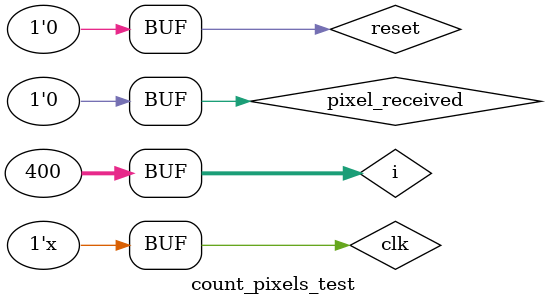
<source format=v>
`timescale 1ns / 1ps


module count_pixels_test;

	// Inputs
	reg clk;
	reg pixel_received;
	reg reset;

	// Outputs
	wire num_pix_ok;

	integer i;
	// Instantiate the Unit Under Test (UUT)
	count_pixels uut (
		.clk(clk), 
		.pixel_received(pixel_received), 
		.reset(reset), 
		.num_pix_ok(num_pix_ok)
	);

	always begin
	#5 clk = ~clk;
	end
	
	initial begin
		// Initialize Inputs
		clk = 0;
		pixel_received = 0;
		reset = 1;
		#10;
		reset = 0;
		pixel_received = 1;
		for (i = 0; i <400; i = i+1) begin
			#10 ;
		end	
		pixel_received = 0;
		for (i = 0; i <400; i = i+1) begin
			#10 ;
	
		end
		// Wait 100 ns for global reset to finish
		#100;
        
		// Add stimulus here

	end
      
endmodule


</source>
